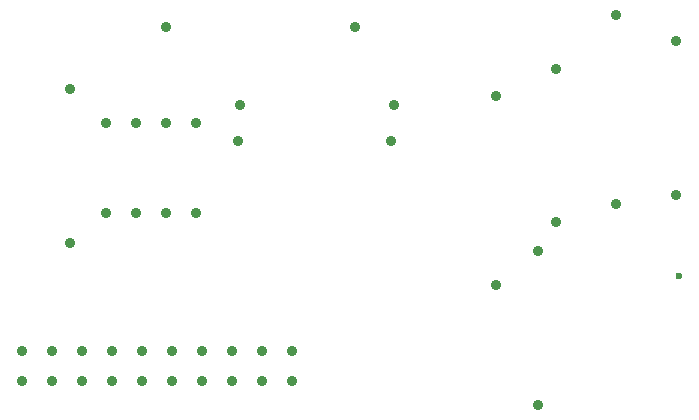
<source format=gbr>
G04 Generated by Ultiboard 14.2 *
%FSLAX24Y24*%
%MOIN*%

%ADD10C,0.0001*%
%ADD11C,0.0236*%
%ADD12C,0.0350*%
%ADD13C,0.0354*%


G04 ColorRGB 000000 for the following layer *
%LNDrill-Top Stack-up 1-Copper Bottom*%
%LPD*%
G54D11*
X26900Y13300D03*
G54D12*
X6000Y10800D03*
X7000Y10800D03*
X8000Y10800D03*
X9000Y10800D03*
X10000Y10800D03*
X11000Y10800D03*
X12000Y10800D03*
X13000Y10800D03*
X14000Y10800D03*
X5000Y9800D03*
X6000Y9800D03*
X7000Y9800D03*
X8000Y9800D03*
X9000Y9800D03*
X10000Y9800D03*
X11000Y9800D03*
X12000Y9800D03*
X13000Y9800D03*
X14000Y9800D03*
X5000Y10800D03*
X7800Y15400D03*
X7800Y18400D03*
X8800Y15400D03*
X10800Y15400D03*
X9800Y15400D03*
X10800Y18400D03*
X8800Y18400D03*
X9800Y18400D03*
G54D13*
X17318Y17800D03*
X12200Y17800D03*
X16099Y21600D03*
X9800Y21600D03*
X6600Y19518D03*
X6600Y14400D03*
X24800Y15701D03*
X24800Y22000D03*
X22800Y15082D03*
X22800Y20200D03*
X26800Y21118D03*
X26800Y16000D03*
X22200Y14118D03*
X22200Y9000D03*
X20800Y19299D03*
X20800Y13000D03*
X12282Y19000D03*
X17400Y19000D03*

M02*

</source>
